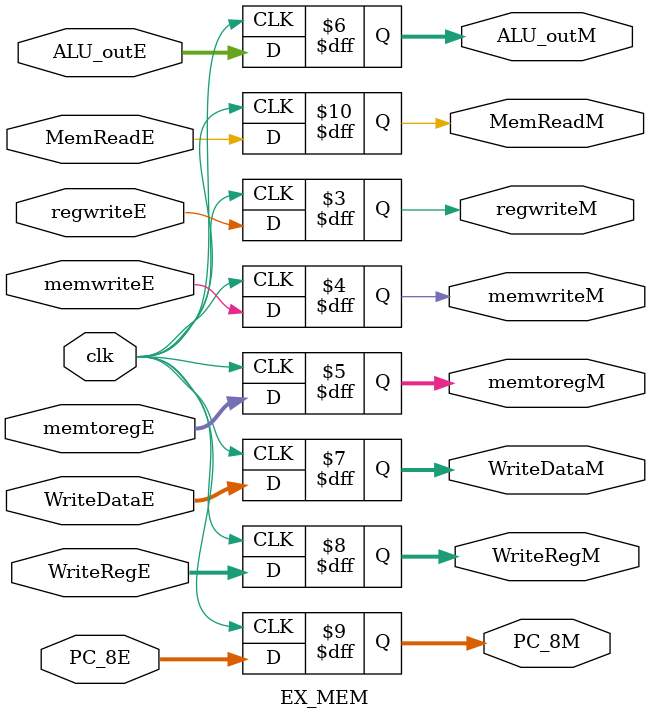
<source format=v>
`timescale 1ns / 1ps
module EX_MEM(clk,regwriteE,memtoregE,memwriteE,ALU_outE,WriteDataE,WriteRegE,MemReadE,
						regwriteM,memtoregM,memwriteM,ALU_outM,WriteDataM,WriteRegM,MemReadM,
						PC_8E,PC_8M
    );
	input clk;
	input regwriteE,memwriteE;
	input [1:0] memtoregE;
	output regwriteM,memwriteM;
	output [1:0] memtoregM;
	reg regwriteM,memwriteM;
	reg [1:0] memtoregM;
	input [31:0] ALU_outE;
	output [31:0] ALU_outM;
	reg [31:0] ALU_outM;
	input [31:0] WriteDataE;
	output [31:0] WriteDataM;
	reg [31:0] WriteDataM;
	input [4:0] WriteRegE;
	output [4:0] WriteRegM;
	reg [4:0] WriteRegM;
	
	input [31:0] PC_8E;
	output [31:0] PC_8M;
	reg [31:0] PC_8M;
	
	input MemReadE;
	output MemReadM;
	reg MemReadM;
	
	initial begin
		WriteRegM=5'b0;
	end
	
	always@(posedge clk)
	begin
		regwriteM<=regwriteE;
		memtoregM<=memtoregE;
		memwriteM<=memwriteE;
		ALU_outM<=ALU_outE;
		WriteDataM<=WriteDataE;
		WriteRegM<=WriteRegE;
		PC_8M<=PC_8E;
		MemReadM<=MemReadE;
	end
endmodule

</source>
